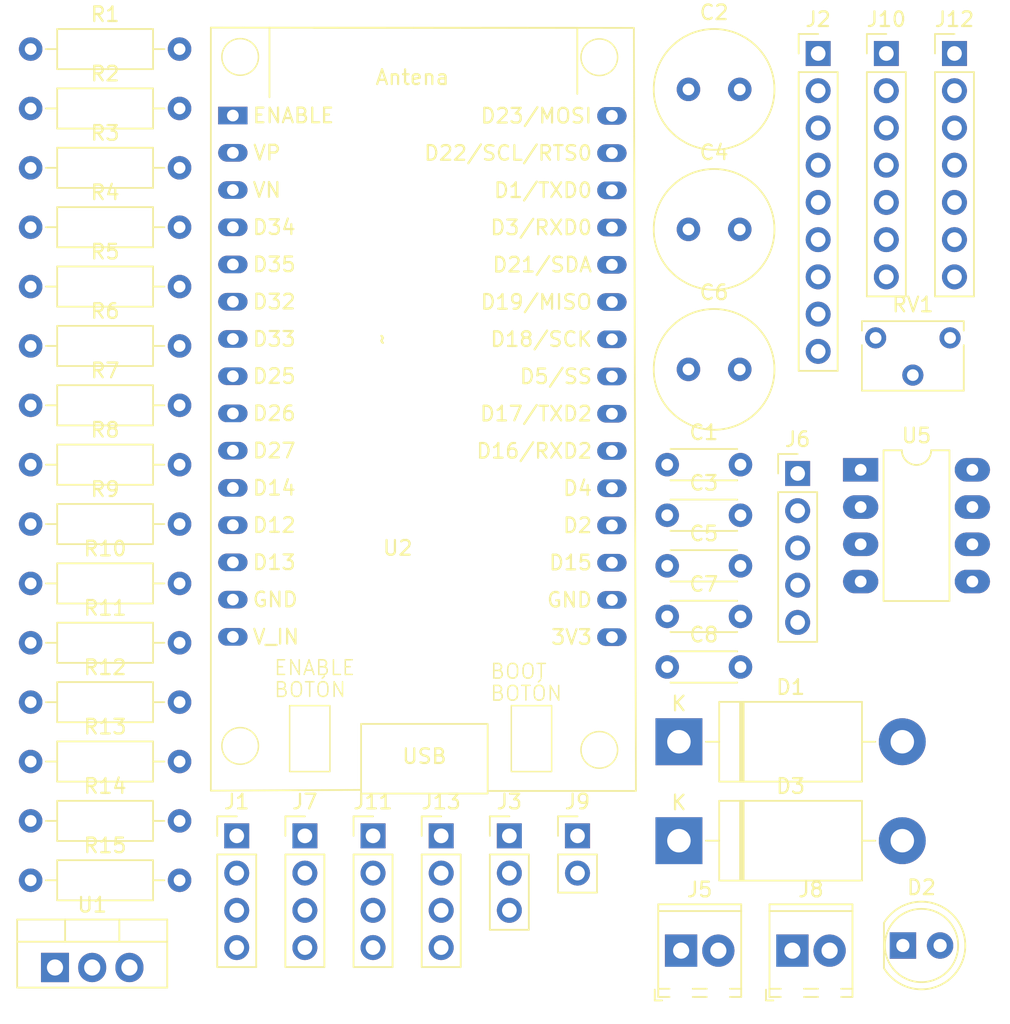
<source format=kicad_pcb>
(kicad_pcb (version 20221018) (generator pcbnew)
  (layers (0 "F.Cu" signal) (31 "B.Cu" signal) (34 "B.Paste" user) (35 "F.Paste" user) (36 "B.SilkS" user "B.Silkscreen") (37 "F.SilkS" user "F.Silkscreen") (38 "B.Mask" user) (39 "F.Mask" user) (44 "Edge.Cuts" user))
  (net 0 "")
  (net 1 "+BATT")
  (net 2 "GNDREF")
  (net 3 "+5V")
  (net 4 "Net-(U5A-+)")
  (net 5 "+3.3V")
  (net 6 "D_hall")
  (net 7 "Net-(D1-A)")
  (net 8 "Net-(D2-A)")
  (net 9 "SCL")
  (net 10 "Net-(J2-Pin_1)")
  (net 11 "Net-(J2-Pin_2)")
  (net 12 "Net-(J2-Pin_3)")
  (net 13 "Net-(J2-Pin_4)")
  (net 14 "Net-(J2-Pin_5)")
  (net 15 "Net-(J2-Pin_6)")
  (net 16 "Net-(J2-Pin_7)")
  (net 17 "Net-(J2-Pin_8)")
  (net 18 "Net-(J3-Pin_3)")
  (net 19 "ADDR")
  (net 20 "DHT22")
  (net 22 "Net-(J9-Pin_1)")
  (net 23 "Net-(J10-Pin_1)")
  (net 24 "Net-(J10-Pin_2)")
  (net 25 "Net-(J10-Pin_3)")
  (net 26 "Net-(J10-Pin_4)")
  (net 27 "Net-(J10-Pin_5)")
  (net 28 "Net-(J11-Pin_2)")
  (net 29 "Net-(J11-Pin_3)")
  (net 30 "Net-(J12-Pin_2)")
  (net 31 "Net-(J12-Pin_3)")
  (net 32 "Net-(J12-Pin_4)")
  (net 33 "Net-(J12-Pin_5)")
  (net 34 "Net-(J12-Pin_6)")
  (net 35 "Net-(J13-Pin_2)")
  (net 36 "Net-(J13-Pin_3)")
  (net 37 "Net-(U5B-+)")
  (net 38 "Net-(U5A--)")
  (footprint "Resistor_THT:R_Axial_DIN0207_L6.3mm_D2.5mm_P10.16mm_Horizontal" (layer "F.Cu") (at 98.55 65.05)
    (fp_text reference "R1" (at 5.08 -2.37) (layer "F.SilkS"))
    (fp_text value "1k")
    (pad "1" thru_hole circle (at 0 0) (size 1.6 1.6) (drill 0.8) (layers "*.Cu" "*.Mask") (net 5 "+3.3V"))
    (pad "2" thru_hole oval (at 10.16 0) (size 1.6 1.6) (drill 0.8) (layers "*.Cu" "*.Mask") (net 4 "Net-(U5A-+)"))
  )
  (footprint "Diode_THT:D_DO-201AD_P15.24mm_Horizontal" (layer "F.Cu") (at 142.78 119.05)
    (fp_text reference "D3" (at 7.62 -3.72) (layer "F.SilkS"))
    (fp_text value "1N5400")
    (fp_text user "K" (at 0 -2.6) (layer "F.SilkS"))
    (pad "1" thru_hole rect (at 0 0) (size 3.2 3.2) (drill 1.6) (layers "*.Cu" "*.Mask") (net 1 "+BATT"))
    (pad "2" thru_hole oval (at 15.24 0) (size 3.2 3.2) (drill 1.6) (layers "*.Cu" "*.Mask") (net 3 "+5V"))
  )
  (footprint "TerminalBlock_Phoenix:TerminalBlock_Phoenix_MPT-0,5-2-2.54_1x02_P2.54mm_Horizontal" (layer "F.Cu") (at 142.93 126.55)
    (fp_text reference "J5" (at 1.27 -4.16) (layer "F.SilkS"))
    (fp_text value "PanelSolar")
    (pad "" np_thru_hole circle (at 0 2.54) (size 1.1 1.1) (drill 1.1) (layers "*.Cu" "*.Mask"))
    (pad "" np_thru_hole circle (at 2.54 2.54) (size 1.1 1.1) (drill 1.1) (layers "*.Cu" "*.Mask"))
    (pad "1" thru_hole rect (at 0 0) (size 2.2 2.2) (drill 1.1) (layers "*.Cu" "*.Mask") (net 2 "GNDREF"))
    (pad "2" thru_hole circle (at 2.54 0) (size 2.2 2.2) (drill 1.1) (layers "*.Cu" "*.Mask") (net 7 "Net-(D1-A)"))
  )
  (footprint "Resistor_THT:R_Axial_DIN0207_L6.3mm_D2.5mm_P10.16mm_Horizontal" (layer "F.Cu") (at 98.55 113.65)
    (fp_text reference "R13" (at 5.08 -2.37) (layer "F.SilkS"))
    (fp_text value "10k")
    (pad "1" thru_hole circle (at 0 0) (size 1.6 1.6) (drill 0.8) (layers "*.Cu" "*.Mask") (net 15 "Net-(J2-Pin_6)"))
    (pad "2" thru_hole oval (at 10.16 0) (size 1.6 1.6) (drill 0.8) (layers "*.Cu" "*.Mask") (net 2 "GNDREF"))
  )
  (footprint "Connector_PinHeader_2.54mm:PinHeader_1x07_P2.54mm_Vertical" (layer "F.Cu") (at 161.58 65.35)
    (fp_text reference "J12" (at 0 -2.33) (layer "F.SilkS"))
    (fp_text value "SPI_CONN")
    (pad "1" thru_hole rect (at 0 0) (size 1.7 1.7) (drill 1) (layers "*.Cu" "*.Mask") (net 2 "GNDREF"))
    (pad "2" thru_hole oval (at 0 2.54) (size 1.7 1.7) (drill 1) (layers "*.Cu" "*.Mask") (net 30 "Net-(J12-Pin_2)"))
    (pad "3" thru_hole oval (at 0 5.08) (size 1.7 1.7) (drill 1) (layers "*.Cu" "*.Mask") (net 31 "Net-(J12-Pin_3)"))
    (pad "4" thru_hole oval (at 0 7.62) (size 1.7 1.7) (drill 1) (layers "*.Cu" "*.Mask") (net 32 "Net-(J12-Pin_4)"))
    (pad "5" thru_hole oval (at 0 10.16) (size 1.7 1.7) (drill 1) (layers "*.Cu" "*.Mask") (net 33 "Net-(J12-Pin_5)"))
    (pad "6" thru_hole oval (at 0 12.7) (size 1.7 1.7) (drill 1) (layers "*.Cu" "*.Mask") (net 34 "Net-(J12-Pin_6)"))
    (pad "7" thru_hole oval (at 0 15.24) (size 1.7 1.7) (drill 1) (layers "*.Cu" "*.Mask") (net 5 "+3.3V"))
  )
  (footprint "Connector_PinHeader_2.54mm:PinHeader_1x09_P2.54mm_Vertical" (layer "F.Cu") (at 152.28 65.35)
    (fp_text reference "J2" (at 0 -2.33) (layer "F.SilkS"))
    (fp_text value "ReedSwitchX8")
    (pad "1" thru_hole rect (at 0 0) (size 1.7 1.7) (drill 1) (layers "*.Cu" "*.Mask") (net 10 "Net-(J2-Pin_1)"))
    (pad "2" thru_hole oval (at 0 2.54) (size 1.7 1.7) (drill 1) (layers "*.Cu" "*.Mask") (net 11 "Net-(J2-Pin_2)"))
    (pad "3" thru_hole oval (at 0 5.08) (size 1.7 1.7) (drill 1) (layers "*.Cu" "*.Mask") (net 12 "Net-(J2-Pin_3)"))
    (pad "4" thru_hole oval (at 0 7.62) (size 1.7 1.7) (drill 1) (layers "*.Cu" "*.Mask") (net 13 "Net-(J2-Pin_4)"))
    (pad "5" thru_hole oval (at 0 10.16) (size 1.7 1.7) (drill 1) (layers "*.Cu" "*.Mask") (net 14 "Net-(J2-Pin_5)"))
    (pad "6" thru_hole oval (at 0 12.7) (size 1.7 1.7) (drill 1) (layers "*.Cu" "*.Mask") (net 15 "Net-(J2-Pin_6)"))
    (pad "7" thru_hole oval (at 0 15.24) (size 1.7 1.7) (drill 1) (layers "*.Cu" "*.Mask") (net 16 "Net-(J2-Pin_7)"))
    (pad "8" thru_hole oval (at 0 17.78) (size 1.7 1.7) (drill 1) (layers "*.Cu" "*.Mask") (net 17 "Net-(J2-Pin_8)"))
    (pad "9" thru_hole oval (at 0 20.32) (size 1.7 1.7) (drill 1) (layers "*.Cu" "*.Mask") (net 5 "+3.3V"))
  )
  (footprint "Resistor_THT:R_Axial_DIN0207_L6.3mm_D2.5mm_P10.16mm_Horizontal" (layer "F.Cu") (at 98.55 109.6)
    (fp_text reference "R12" (at 5.08 -2.37) (layer "F.SilkS"))
    (fp_text value "10k")
    (pad "1" thru_hole circle (at 0 0) (size 1.6 1.6) (drill 0.8) (layers "*.Cu" "*.Mask") (net 14 "Net-(J2-Pin_5)"))
    (pad "2" thru_hole oval (at 10.16 0) (size 1.6 1.6) (drill 0.8) (layers "*.Cu" "*.Mask") (net 2 "GNDREF"))
  )
  (footprint "Resistor_THT:R_Axial_DIN0207_L6.3mm_D2.5mm_P10.16mm_Horizontal" (layer "F.Cu") (at 98.55 81.25)
    (fp_text reference "R5" (at 5.08 -2.37) (layer "F.SilkS"))
    (fp_text value "10k")
    (pad "1" thru_hole circle (at 0 0) (size 1.6 1.6) (drill 0.8) (layers "*.Cu" "*.Mask") (net 9 "SCL"))
    (pad "2" thru_hole oval (at 10.16 0) (size 1.6 1.6) (drill 0.8) (layers "*.Cu" "*.Mask") (net 3 "+5V"))
  )
  (footprint "Resistor_THT:R_Axial_DIN0207_L6.3mm_D2.5mm_P10.16mm_Horizontal" (layer "F.Cu") (at 98.55 101.5)
    (fp_text reference "R10" (at 5.08 -2.37) (layer "F.SilkS"))
    (fp_text value "10k")
    (pad "1" thru_hole circle (at 0 0) (size 1.6 1.6) (drill 0.8) (layers "*.Cu" "*.Mask") (net 12 "Net-(J2-Pin_3)"))
    (pad "2" thru_hole oval (at 10.16 0) (size 1.6 1.6) (drill 0.8) (layers "*.Cu" "*.Mask") (net 2 "GNDREF"))
  )
  (footprint "Capacitor_THT:C_Radial_D8.0mm_H11.5mm_P3.50mm" (layer "F.Cu") (at 143.43 67.8)
    (fp_text reference "C2" (at 1.75 -5.25) (layer "F.SilkS"))
    (fp_text value "220uF")
    (pad "1" thru_hole circle (at 0 0) (size 1.6 1.6) (drill 0.8) (layers "*.Cu" "*.Mask") (net 1 "+BATT"))
    (pad "2" thru_hole circle (at 3.5 0) (size 1.6 1.6) (drill 0.8) (layers "*.Cu" "*.Mask") (net 2 "GNDREF"))
  )
  (footprint "Resistor_THT:R_Axial_DIN0207_L6.3mm_D2.5mm_P10.16mm_Horizontal" (layer "F.Cu") (at 98.55 97.45)
    (fp_text reference "R9" (at 5.08 -2.37) (layer "F.SilkS"))
    (fp_text value "10k")
    (pad "1" thru_hole circle (at 0 0) (size 1.6 1.6) (drill 0.8) (layers "*.Cu" "*.Mask") (net 11 "Net-(J2-Pin_2)"))
    (pad "2" thru_hole oval (at 10.16 0) (size 1.6 1.6) (drill 0.8) (layers "*.Cu" "*.Mask") (net 2 "GNDREF"))
  )
  (footprint "Connector_PinHeader_2.54mm:PinHeader_1x07_P2.54mm_Vertical" (layer "F.Cu") (at 156.93 65.35)
    (fp_text reference "J10" (at 0 -2.33) (layer "F.SilkS"))
    (fp_text value "INPUT ONLY")
    (pad "1" thru_hole rect (at 0 0) (size 1.7 1.7) (drill 1) (layers "*.Cu" "*.Mask") (net 23 "Net-(J10-Pin_1)"))
    (pad "2" thru_hole oval (at 0 2.54) (size 1.7 1.7) (drill 1) (layers "*.Cu" "*.Mask") (net 24 "Net-(J10-Pin_2)"))
    (pad "3" thru_hole oval (at 0 5.08) (size 1.7 1.7) (drill 1) (layers "*.Cu" "*.Mask") (net 25 "Net-(J10-Pin_3)"))
    (pad "4" thru_hole oval (at 0 7.62) (size 1.7 1.7) (drill 1) (layers "*.Cu" "*.Mask") (net 26 "Net-(J10-Pin_4)"))
    (pad "5" thru_hole oval (at 0 10.16) (size 1.7 1.7) (drill 1) (layers "*.Cu" "*.Mask") (net 27 "Net-(J10-Pin_5)"))
    (pad "6" thru_hole oval (at 0 12.7) (size 1.7 1.7) (drill 1) (layers "*.Cu" "*.Mask") (net 2 "GNDREF"))
    (pad "7" thru_hole oval (at 0 15.24) (size 1.7 1.7) (drill 1) (layers "*.Cu" "*.Mask") (net 5 "+3.3V"))
  )
  (footprint "Connector_PinHeader_2.54mm:PinHeader_1x03_P2.54mm_Vertical" (layer "F.Cu") (at 131.21 118.72)
    (fp_text reference "J3" (at 0 -2.33) (layer "F.SilkS"))
    (fp_text value "SS41")
    (pad "1" thru_hole rect (at 0 0) (size 1.7 1.7) (drill 1) (layers "*.Cu" "*.Mask") (net 5 "+3.3V"))
    (pad "2" thru_hole oval (at 0 2.54) (size 1.7 1.7) (drill 1) (layers "*.Cu" "*.Mask") (net 2 "GNDREF"))
    (pad "3" thru_hole oval (at 0 5.08) (size 1.7 1.7) (drill 1) (layers "*.Cu" "*.Mask") (net 18 "Net-(J3-Pin_3)"))
  )
  (footprint "Connector_PinHeader_2.54mm:PinHeader_1x04_P2.54mm_Vertical" (layer "F.Cu") (at 112.61 118.72)
    (fp_text reference "J1" (at 0 -2.33) (layer "F.SilkS"))
    (fp_text value "BMP180")
    (pad "1" thru_hole rect (at 0 0) (size 1.7 1.7) (drill 1) (layers "*.Cu" "*.Mask") (net 5 "+3.3V"))
    (pad "2" thru_hole oval (at 0 2.54) (size 1.7 1.7) (drill 1) (layers "*.Cu" "*.Mask") (net 9 "SCL"))
    (pad "3" thru_hole oval (at 0 5.08) (size 1.7 1.7) (drill 1) (layers "*.Cu" "*.Mask") (net 9 "SCL"))
    (pad "4" thru_hole oval (at 0 7.62) (size 1.7 1.7) (drill 1) (layers "*.Cu" "*.Mask") (net 2 "GNDREF"))
  )
  (footprint "LED_THT:LED_D5.0mm_Clear" (layer "F.Cu") (at 158.06 126.2)
    (fp_text reference "D2" (at 1.27 -3.96) (layer "F.SilkS"))
    (fp_text value "LED")
    (pad "1" thru_hole rect (at 0 0) (size 1.8 1.8) (drill 0.9) (layers "*.Cu" "*.Mask") (net 2 "GNDREF"))
    (pad "2" thru_hole circle (at 2.54 0) (size 1.8 1.8) (drill 0.9) (layers "*.Cu" "*.Mask") (net 8 "Net-(D2-A)"))
  )
  (footprint "Resistor_THT:R_Axial_DIN0207_L6.3mm_D2.5mm_P10.16mm_Horizontal" (layer "F.Cu") (at 98.55 69.1)
    (fp_text reference "R2" (at 5.08 -2.37) (layer "F.SilkS"))
    (fp_text value "10k")
    (pad "1" thru_hole circle (at 0 0) (size 1.6 1.6) (drill 0.8) (layers "*.Cu" "*.Mask") (net 5 "+3.3V"))
    (pad "2" thru_hole oval (at 10.16 0) (size 1.6 1.6) (drill 0.8) (layers "*.Cu" "*.Mask") (net 37 "Net-(U5B-+)"))
  )
  (footprint "Package_TO_SOT_THT:TO-220-3_Vertical" (layer "F.Cu") (at 100.21 127.7)
    (fp_text reference "U1" (at 2.54 -4.27) (layer "F.SilkS"))
    (fp_text value "LM78M05_TO220")
    (pad "1" thru_hole rect (at 0 0) (size 1.905 2) (drill 1.1) (layers "*.Cu" "*.Mask") (net 1 "+BATT"))
    (pad "2" thru_hole oval (at 2.54 0) (size 1.905 2) (drill 1.1) (layers "*.Cu" "*.Mask") (net 2 "GNDREF"))
    (pad "3" thru_hole oval (at 5.08 0) (size 1.905 2) (drill 1.1) (layers "*.Cu" "*.Mask") (net 3 "+5V"))
  )
  (footprint "Resistor_THT:R_Axial_DIN0207_L6.3mm_D2.5mm_P10.16mm_Horizontal" (layer "F.Cu") (at 98.55 105.55)
    (fp_text reference "R11" (at 5.08 -2.37) (layer "F.SilkS"))
    (fp_text value "10k")
    (pad "1" thru_hole circle (at 0 0) (size 1.6 1.6) (drill 0.8) (layers "*.Cu" "*.Mask") (net 13 "Net-(J2-Pin_4)"))
    (pad "2" thru_hole oval (at 10.16 0) (size 1.6 1.6) (drill 0.8) (layers "*.Cu" "*.Mask") (net 2 "GNDREF"))
  )
  (footprint "Connector_PinHeader_2.54mm:PinHeader_1x04_P2.54mm_Vertical" (layer "F.Cu") (at 121.91 118.72)
    (fp_text reference "J11" (at 0 -2.33) (layer "F.SilkS"))
    (fp_text value "UART0")
    (pad "1" thru_hole rect (at 0 0) (size 1.7 1.7) (drill 1) (layers "*.Cu" "*.Mask") (net 5 "+3.3V"))
    (pad "2" thru_hole oval (at 0 2.54) (size 1.7 1.7) (drill 1) (layers "*.Cu" "*.Mask") (net 28 "Net-(J11-Pin_2)"))
    (pad "3" thru_hole oval (at 0 5.08) (size 1.7 1.7) (drill 1) (layers "*.Cu" "*.Mask") (net 29 "Net-(J11-Pin_3)"))
    (pad "4" thru_hole oval (at 0 7.62) (size 1.7 1.7) (drill 1) (layers "*.Cu" "*.Mask") (net 2 "GNDREF"))
  )
  (footprint "Connector_PinHeader_2.54mm:PinHeader_1x04_P2.54mm_Vertical" (layer "F.Cu") (at 126.56 118.72)
    (fp_text reference "J13" (at 0 -2.33) (layer "F.SilkS"))
    (fp_text value "UART0")
    (pad "1" thru_hole rect (at 0 0) (size 1.7 1.7) (drill 1) (layers "*.Cu" "*.Mask") (net 5 "+3.3V"))
    (pad "2" thru_hole oval (at 0 2.54) (size 1.7 1.7) (drill 1) (layers "*.Cu" "*.Mask") (net 35 "Net-(J13-Pin_2)"))
    (pad "3" thru_hole oval (at 0 5.08) (size 1.7 1.7) (drill 1) (layers "*.Cu" "*.Mask") (net 36 "Net-(J13-Pin_3)"))
    (pad "4" thru_hole oval (at 0 7.62) (size 1.7 1.7) (drill 1) (layers "*.Cu" "*.Mask") (net 2 "GNDREF"))
  )
  (footprint "Capacitor_THT:C_Disc_D4.3mm_W1.9mm_P5.00mm" (layer "F.Cu") (at 141.98 107.2)
    (fp_text reference "C8" (at 2.5 -2.2) (layer "F.SilkS"))
    (fp_text value "104")
    (pad "1" thru_hole circle (at 0 0) (size 1.6 1.6) (drill 0.8) (layers "*.Cu" "*.Mask") (net 3 "+5V"))
    (pad "2" thru_hole circle (at 5 0) (size 1.6 1.6) (drill 0.8) (layers "*.Cu" "*.Mask") (net 2 "GNDREF"))
  )
  (footprint "Resistor_THT:R_Axial_DIN0207_L6.3mm_D2.5mm_P10.16mm_Horizontal" (layer "F.Cu") (at 98.55 121.75)
    (fp_text reference "R15" (at 5.08 -2.37) (layer "F.SilkS"))
    (fp_text value "10k")
    (pad "1" thru_hole circle (at 0 0) (size 1.6 1.6) (drill 0.8) (layers "*.Cu" "*.Mask") (net 17 "Net-(J2-Pin_8)"))
    (pad "2" thru_hole oval (at 10.16 0) (size 1.6 1.6) (drill 0.8) (layers "*.Cu" "*.Mask") (net 2 "GNDREF"))
  )
  (footprint "Connector_PinHeader_2.54mm:PinHeader_1x05_P2.54mm_Vertical" (layer "F.Cu") (at 150.88 94)
    (fp_text reference "J6" (at 0 -2.33) (layer "F.SilkS"))
    (fp_text value "BH1750")
    (pad "1" thru_hole rect (at 0 0) (size 1.7 1.7) (drill 1) (layers "*.Cu" "*.Mask") (net 5 "+3.3V"))
    (pad "2" thru_hole oval (at 0 2.54) (size 1.7 1.7) (drill 1) (layers "*.Cu" "*.Mask") (net 2 "GNDREF"))
    (pad "3" thru_hole oval (at 0 5.08) (size 1.7 1.7) (drill 1) (layers "*.Cu" "*.Mask") (net 9 "SCL"))
    (pad "4" thru_hole oval (at 0 7.62) (size 1.7 1.7) (drill 1) (layers "*.Cu" "*.Mask") (net 9 "SCL"))
    (pad "5" thru_hole oval (at 0 10.16) (size 1.7 1.7) (drill 1) (layers "*.Cu" "*.Mask") (net 19 "ADDR"))
  )
  (footprint "Capacitor_THT:C_Disc_D4.3mm_W1.9mm_P5.00mm" (layer "F.Cu") (at 141.98 100.3)
    (fp_text reference "C5" (at 2.5 -2.2) (layer "F.SilkS"))
    (fp_text value "104")
    (pad "1" thru_hole circle (at 0 0) (size 1.6 1.6) (drill 0.8) (layers "*.Cu" "*.Mask") (net 4 "Net-(U5A-+)"))
    (pad "2" thru_hole circle (at 5 0) (size 1.6 1.6) (drill 0.8) (layers "*.Cu" "*.Mask") (net 2 "GNDREF"))
  )
  (footprint "Connector_PinHeader_2.54mm:PinHeader_1x02_P2.54mm_Vertical" (layer "F.Cu") (at 135.86 118.72)
    (fp_text reference "J9" (at 0 -2.33) (layer "F.SilkS"))
    (fp_text value "Jumper")
    (pad "1" thru_hole rect (at 0 0) (size 1.7 1.7) (drill 1) (layers "*.Cu" "*.Mask") (net 22 "Net-(J9-Pin_1)"))
    (pad "2" thru_hole oval (at 0 2.54) (size 1.7 1.7) (drill 1) (layers "*.Cu" "*.Mask") (net 8 "Net-(D2-A)"))
  )
  (footprint "Resistor_THT:R_Axial_DIN0207_L6.3mm_D2.5mm_P10.16mm_Horizontal" (layer "F.Cu") (at 98.55 93.4)
    (fp_text reference "R8" (at 5.08 -2.37) (layer "F.SilkS"))
    (fp_text value "10k")
    (pad "1" thru_hole circle (at 0 0) (size 1.6 1.6) (drill 0.8) (layers "*.Cu" "*.Mask") (net 10 "Net-(J2-Pin_1)"))
    (pad "2" thru_hole oval (at 10.16 0) (size 1.6 1.6) (drill 0.8) (layers "*.Cu" "*.Mask") (net 2 "GNDREF"))
  )
  (footprint "Package_DIP:DIP-8_W7.62mm_LongPads" (layer "F.Cu") (at 155.18 93.75)
    (fp_text reference "U5" (at 3.81 -2.33) (layer "F.SilkS"))
    (fp_text value "TL082")
    (pad "1" thru_hole rect (at 0 0) (size 2.4 1.6) (drill 0.8) (layers "*.Cu" "*.Mask") (net 37 "Net-(U5B-+)"))
    (pad "2" thru_hole oval (at 0 2.54) (size 2.4 1.6) (drill 0.8) (layers "*.Cu" "*.Mask") (net 38 "Net-(U5A--)"))
    (pad "3" thru_hole oval (at 0 5.08) (size 2.4 1.6) (drill 0.8) (layers "*.Cu" "*.Mask") (net 4 "Net-(U5A-+)"))
    (pad "4" thru_hole oval (at 0 7.62) (size 2.4 1.6) (drill 0.8) (layers "*.Cu" "*.Mask") (net 2 "GNDREF"))
    (pad "5" thru_hole oval (at 7.62 7.62) (size 2.4 1.6) (drill 0.8) (layers "*.Cu" "*.Mask") (net 37 "Net-(U5B-+)"))
    (pad "6" thru_hole oval (at 7.62 5.08) (size 2.4 1.6) (drill 0.8) (layers "*.Cu" "*.Mask") (net 6 "D_hall"))
    (pad "7" thru_hole oval (at 7.62 2.54) (size 2.4 1.6) (drill 0.8) (layers "*.Cu" "*.Mask") (net 6 "D_hall"))
    (pad "8" thru_hole oval (at 7.62 0) (size 2.4 1.6) (drill 0.8) (layers "*.Cu" "*.Mask") (net 5 "+3.3V"))
  )
  (footprint "Capacitor_THT:C_Disc_D4.3mm_W1.9mm_P5.00mm" (layer "F.Cu") (at 141.98 96.85)
    (fp_text reference "C3" (at 2.5 -2.2) (layer "F.SilkS"))
    (fp_text value "104")
    (pad "1" thru_hole circle (at 0 0) (size 1.6 1.6) (drill 0.8) (layers "*.Cu" "*.Mask") (net 3 "+5V"))
    (pad "2" thru_hole circle (at 5 0) (size 1.6 1.6) (drill 0.8) (layers "*.Cu" "*.Mask") (net 2 "GNDREF"))
  )
  (footprint "Resistor_THT:R_Axial_DIN0207_L6.3mm_D2.5mm_P10.16mm_Horizontal" (layer "F.Cu") (at 98.55 85.3)
    (fp_text reference "R6" (at 5.08 -2.37) (layer "F.SilkS"))
    (fp_text value "10k")
    (pad "1" thru_hole circle (at 0 0) (size 1.6 1.6) (drill 0.8) (layers "*.Cu" "*.Mask") (net 9 "SCL"))
    (pad "2" thru_hole oval (at 10.16 0) (size 1.6 1.6) (drill 0.8) (layers "*.Cu" "*.Mask") (net 3 "+5V"))
  )
  (footprint "Potentiometer_THT:Potentiometer_Bourns_3266W_Vertical" (layer "F.Cu") (at 161.28 84.75)
    (fp_text reference "RV1" (at -2.54 -2.27) (layer "F.SilkS"))
    (fp_text value "100k")
    (pad "1" thru_hole circle (at 0 0) (size 1.44 1.44) (drill 0.8) (layers "*.Cu" "*.Mask") (net 5 "+3.3V"))
    (pad "2" thru_hole circle (at -2.54 2.54) (size 1.44 1.44) (drill 0.8) (layers "*.Cu" "*.Mask") (net 38 "Net-(U5A--)"))
    (pad "3" thru_hole circle (at -5.08 0) (size 1.44 1.44) (drill 0.8) (layers "*.Cu" "*.Mask") (net 2 "GNDREF"))
  )
  (footprint "Capacitor_THT:C_Disc_D4.3mm_W1.9mm_P5.00mm" (layer "F.Cu") (at 141.98 93.4)
    (fp_text reference "C1" (at 2.5 -2.2) (layer "F.SilkS"))
    (fp_text value "104")
    (pad "1" thru_hole circle (at 0 0) (size 1.6 1.6) (drill 0.8) (layers "*.Cu" "*.Mask") (net 1 "+BATT"))
    (pad "2" thru_hole circle (at 5 0) (size 1.6 1.6) (drill 0.8) (layers "*.Cu" "*.Mask") (net 2 "GNDREF"))
  )
  (footprint "Connector_PinHeader_2.54mm:PinHeader_1x04_P2.54mm_Vertical" (layer "F.Cu") (at 117.26 118.72)
    (fp_text reference "J7" (at 0 -2.33) (layer "F.SilkS"))
    (fp_text value "DHT22")
    (pad "1" thru_hole rect (at 0 0) (size 1.7 1.7) (drill 1) (layers "*.Cu" "*.Mask") (net 5 "+3.3V"))
    (pad "2" thru_hole oval (at 0 2.54) (size 1.7 1.7) (drill 1) (layers "*.Cu" "*.Mask") (net 20 "DHT22"))
    (pad "3" thru_hole oval (at 0 5.08) (size 1.7 1.7) (drill 1) (layers "*.Cu" "*.Mask"))
    (pad "4" thru_hole oval (at 0 7.62) (size 1.7 1.7) (drill 1) (layers "*.Cu" "*.Mask") (net 2 "GNDREF"))
  )
  (footprint "TerminalBlock_Phoenix:TerminalBlock_Phoenix_MPT-0,5-2-2.54_1x02_P2.54mm_Horizontal" (layer "F.Cu") (at 150.52 126.55)
    (fp_text reference "J8" (at 1.27 -4.16) (layer "F.SilkS"))
    (fp_text value "Baterias")
    (pad "" np_thru_hole circle (at 0 2.54) (size 1.1 1.1) (drill 1.1) (layers "*.Cu" "*.Mask"))
    (pad "" np_thru_hole circle (at 2.54 2.54) (size 1.1 1.1) (drill 1.1) (layers "*.Cu" "*.Mask"))
    (pad "1" thru_hole rect (at 0 0) (size 2.2 2.2) (drill 1.1) (layers "*.Cu" "*.Mask") (net 1 "+BATT"))
    (pad "2" thru_hole circle (at 2.54 0) (size 2.2 2.2) (drill 1.1) (layers "*.Cu" "*.Mask") (net 2 "GNDREF"))
  )
  (footprint "Capacitor_THT:C_Radial_D8.0mm_H11.5mm_P3.50mm" (layer "F.Cu") (at 143.43 86.9)
    (fp_text reference "C6" (at 1.75 -5.25) (layer "F.SilkS"))
    (fp_text value "220uF")
    (pad "1" thru_hole circle (at 0 0) (size 1.6 1.6) (drill 0.8) (layers "*.Cu" "*.Mask") (net 5 "+3.3V"))
    (pad "2" thru_hole circle (at 3.5 0) (size 1.6 1.6) (drill 0.8) (layers "*.Cu" "*.Mask") (net 2 "GNDREF"))
  )
  (footprint "Resistor_THT:R_Axial_DIN0207_L6.3mm_D2.5mm_P10.16mm_Horizontal" (layer "F.Cu") (at 98.55 73.15)
    (fp_text reference "R3" (at 5.08 -2.37) (layer "F.SilkS"))
    (fp_text value "1k")
    (pad "1" thru_hole circle (at 0 0) (size 1.6 1.6) (drill 0.8) (layers "*.Cu" "*.Mask") (net 3 "+5V"))
    (pad "2" thru_hole oval (at 10.16 0) (size 1.6 1.6) (drill 0.8) (layers "*.Cu" "*.Mask") (net 22 "Net-(J9-Pin_1)"))
  )
  (footprint "Resistor_THT:R_Axial_DIN0207_L6.3mm_D2.5mm_P10.16mm_Horizontal" (layer "F.Cu") (at 98.55 117.7)
    (fp_text reference "R14" (at 5.08 -2.37) (layer "F.SilkS"))
    (fp_text value "10k")
    (pad "1" thru_hole circle (at 0 0) (size 1.6 1.6) (drill 0.8) (layers "*.Cu" "*.Mask") (net 16 "Net-(J2-Pin_7)"))
    (pad "2" thru_hole oval (at 10.16 0) (size 1.6 1.6) (drill 0.8) (layers "*.Cu" "*.Mask") (net 2 "GNDREF"))
  )
  (footprint "Capacitor_THT:C_Disc_D4.3mm_W1.9mm_P5.00mm" (layer "F.Cu") (at 141.98 103.75)
    (fp_text reference "C7" (at 2.5 -2.2) (layer "F.SilkS"))
    (fp_text value "104")
    (pad "1" thru_hole circle (at 0 0) (size 1.6 1.6) (drill 0.8) (layers "*.Cu" "*.Mask") (net 6 "D_hall"))
    (pad "2" thru_hole circle (at 5 0) (size 1.6 1.6) (drill 0.8) (layers "*.Cu" "*.Mask") (net 2 "GNDREF"))
  )
  (footprint "Resistor_THT:R_Axial_DIN0207_L6.3mm_D2.5mm_P10.16mm_Horizontal" (layer "F.Cu") (at 98.55 77.2)
    (fp_text reference "R4" (at 5.08 -2.37) (layer "F.SilkS"))
    (fp_text value "100")
    (pad "1" thru_hole circle (at 0 0) (size 1.6 1.6) (drill 0.8) (layers "*.Cu" "*.Mask") (net 18 "Net-(J3-Pin_3)"))
    (pad "2" thru_hole oval (at 10.16 0) (size 1.6 1.6) (drill 0.8) (layers "*.Cu" "*.Mask") (net 4 "Net-(U5A-+)"))
  )
  (footprint "Capacitor_THT:C_Radial_D8.0mm_H11.5mm_P3.50mm" (layer "F.Cu") (at 143.43 77.35)
    (fp_text reference "C4" (at 1.75 -5.25) (layer "F.SilkS"))
    (fp_text value "220uF")
    (pad "1" thru_hole circle (at 0 0) (size 1.6 1.6) (drill 0.8) (layers "*.Cu" "*.Mask") (net 3 "+5V"))
    (pad "2" thru_hole circle (at 3.5 0) (size 1.6 1.6) (drill 0.8) (layers "*.Cu" "*.Mask") (net 2 "GNDREF"))
  )
  (footprint "Librerias:ESP32-DevKit_V1" (layer "F.Cu") (at 112.345 69.585)
    (fp_text reference "U2" (at 11.25 29.5) (layer "F.SilkS"))
    (fp_text value "~" (at 10.16 15.24 270) (layer "F.SilkS"))
    (fp_text user "VP" (at 1.3 2.54 unlocked) (layer "F.SilkS") (effects (justify left)))
    (fp_text user "BOTÓN" (at 2.75 39.75 unlocked) (layer "F.SilkS") (effects (font (thickness 0.1)) (justify left bottom)))
    (fp_text user "GND" (at 24.592 33.04 unlocked) (layer "F.SilkS") (effects (justify right)))
    (fp_text user "D27" (at 1.27 22.86 unlocked) (layer "F.SilkS") (effects (justify left)))
    (fp_text user "D15" (at 24.592 30.5 unlocked) (layer "F.SilkS") (effects (justify right)))
    (fp_text user "3V3" (at 24.592 35.58 unlocked) (layer "F.SilkS") (effects (justify right)))
    (fp_text user "D16/RXD2" (at 24.592 22.88 unlocked) (layer "F.SilkS") (effects (justify right)))
    (fp_text user "D25" (at 1.27 17.78 unlocked) (layer "F.SilkS") (effects (justify left)))
    (fp_text user "D1/TXD0" (at 24.592 5.1 unlocked) (layer "F.SilkS") (effects (justify right)))
    (fp_text user "D5/SS" (at 24.592 17.8 unlocked) (layer "F.SilkS") (effects (justify right)))
    (fp_text user "D17/TXD2" (at 24.592 20.34 unlocked) (layer "F.SilkS") (effects (justify right)))
    (fp_text user "D33" (at 1.27 15.24 unlocked) (layer "F.SilkS") (effects (justify left)))
    (fp_text user "D4" (at 24.592 25.42 unlocked) (layer "F.SilkS") (effects (justify right)))
    (fp_text user "GND" (at 1.27 33.02 unlocked) (layer "F.SilkS") (effects (justify left)))
    (fp_text user "BOTÓN" (at 17.5 40 unlocked) (layer "F.SilkS") (effects (font (thickness 0.1)) (justify left bottom)))
    (fp_text user "D19/MISO" (at 24.592 12.72 unlocked) (layer "F.SilkS") (effects (justify right)))
    (fp_text user "D21/SDA" (at 24.592 10.18 unlocked) (layer "F.SilkS") (effects (justify right)))
    (fp_text user "BOOT" (at 17.5 38.5 unlocked) (layer "F.SilkS") (effects (font (thickness 0.1)) (justify left bottom)))
    (fp_text user "Antena" (at 12.25 -2.6076 unlocked) (layer "F.SilkS"))
    (fp_text user "D12" (at 1.27 27.94 unlocked) (layer "F.SilkS") (effects (justify left)))
    (fp_text user "USB" (at 13.068 44.2942 unlocked) (layer "F.SilkS") (effects (justify bottom)))
    (fp_text user "D13" (at 1.27 30.48 unlocked) (layer "F.SilkS") (effects (justify left)))
    (fp_text user "D34" (at 1.27 7.62 unlocked) (layer "F.SilkS") (effects (justify left)))
    (fp_text user "D3/RXD0" (at 24.592 7.64 unlocked) (layer "F.SilkS") (effects (justify right)))
    (fp_text user "D18/SCK" (at 24.592 15.26 unlocked) (layer "F.SilkS") (effects (justify right)))
    (fp_text user "D32" (at 1.27 12.7 unlocked) (layer "F.SilkS") (effects (justify left)))
    (fp_text user "D14" (at 1.27 25.4 unlocked) (layer "F.SilkS") (effects (justify left)))
    (fp_text user "D22/SCL/RTS0" (at 24.592 2.56 unlocked) (layer "F.SilkS") (effects (justify right)))
    (fp_text user "D2" (at 24.592 27.96 unlocked) (layer "F.SilkS") (effects (justify right)))
    (fp_text user "V_IN" (at 1.27 35.56 unlocked) (layer "F.SilkS") (effects (justify left)))
    (fp_text user "D35" (at 1.27 10.16 unlocked) (layer "F.SilkS") (effects (justify left)))
    (fp_text user "D26" (at 1.27 20.32 unlocked) (layer "F.SilkS") (effects (justify left)))
    (fp_text user "VN" (at 1.27 5.08 unlocked) (layer "F.SilkS") (effects (justify left)))
    (fp_text user "ENABLE" (at 2.75 38.25 unlocked) (layer "F.SilkS") (effects (font (thickness 0.1)) (justify left bottom)))
    (fp_text user "ENABLE" (at 1.27 0 unlocked) (layer "F.SilkS") (effects (justify left)))
    (fp_text user "D23/MOSI" (at 24.592 0.02 unlocked) (layer "F.SilkS") (effects (justify right)))
    (pad "1" thru_hole rect (at 0 0 270) (size 1.2 2) (drill 0.8) (layers "*.Cu" "*.Mask") (net 27 "Net-(J10-Pin_5)"))
    (pad "2" thru_hole oval (at 0 2.54 270) (size 1.2 2) (drill 0.8) (layers "*.Cu" "*.Mask") (net 26 "Net-(J10-Pin_4)"))
    (pad "3" thru_hole oval (at 0 5.08 270) (size 1.2 2) (drill 0.8) (layers "*.Cu" "*.Mask") (net 25 "Net-(J10-Pin_3)"))
    (pad "4" thru_hole oval (at 0 7.62 270) (size 1.2 2) (drill 0.8) (layers "*.Cu" "*.Mask") (net 24 "Net-(J10-Pin_2)"))
    (pad "5" thru_hole oval (at 0 10.16 270) (size 1.2 2) (drill 0.8) (layers "*.Cu" "*.Mask") (net 23 "Net-(J10-Pin_1)"))
    (pad "6" thru_hole oval (at 0 12.7 270) (size 1.2 2) (drill 0.8) (layers "*.Cu" "*.Mask") (net 10 "Net-(J2-Pin_1)"))
    (pad "7" thru_hole oval (at 0 15.24 270) (size 1.2 2) (drill 0.8) (layers "*.Cu" "*.Mask") (net 11 "Net-(J2-Pin_2)"))
    (pad "8" thru_hole oval (at 0 17.78 270) (size 1.2 2) (drill 0.8) (layers "*.Cu" "*.Mask") (net 12 "Net-(J2-Pin_3)"))
    (pad "9" thru_hole oval (at 0 20.32 270) (size 1.2 2) (drill 0.8) (layers "*.Cu" "*.Mask") (net 13 "Net-(J2-Pin_4)"))
    (pad "10" thru_hole oval (at 0 22.86 270) (size 1.2 2) (drill 0.8) (layers "*.Cu" "*.Mask") (net 14 "Net-(J2-Pin_5)"))
    (pad "11" thru_hole oval (at 0 25.4 270) (size 1.2 2) (drill 0.8) (layers "*.Cu" "*.Mask") (net 15 "Net-(J2-Pin_6)"))
    (pad "12" thru_hole oval (at 0 27.94 270) (size 1.2 2) (drill 0.8) (layers "*.Cu" "*.Mask") (net 16 "Net-(J2-Pin_7)"))
    (pad "13" thru_hole oval (at 0 30.48 270) (size 1.2 2) (drill 0.8) (layers "*.Cu" "*.Mask") (net 17 "Net-(J2-Pin_8)"))
    (pad "14" thru_hole oval (at 0 33.02 270) (size 1.2 2) (drill 0.8) (layers "*.Cu" "*.Mask") (net 2 "GNDREF"))
    (pad "15" thru_hole oval (at 0 35.56 270) (size 1.2 2) (drill 0.8) (layers "*.Cu" "*.Mask") (net 3 "+5V"))
    (pad "16" thru_hole oval (at 25.862 35.58 270) (size 1.2 2) (drill 0.8) (layers "*.Cu" "*.Mask") (net 5 "+3.3V"))
    (pad "17" thru_hole oval (at 25.862 33.04 270) (size 1.2 2) (drill 0.8) (layers "*.Cu" "*.Mask") (net 2 "GNDREF"))
    (pad "18" thru_hole oval (at 25.862 30.5 270) (size 1.2 2) (drill 0.8) (layers "*.Cu" "*.Mask") (net 20 "DHT22"))
    (pad "19" thru_hole oval (at 25.862 27.96 270) (size 1.2 2) (drill 0.8) (layers "*.Cu" "*.Mask") (net 6 "D_hall"))
    (pad "20" thru_hole oval (at 25.862 25.42 270) (size 1.2 2) (drill 0.8) (layers "*.Cu" "*.Mask") (net 30 "Net-(J12-Pin_2)"))
    (pad "21" thru_hole oval (at 25.862 22.88 270) (size 1.2 2) (drill 0.8) (layers "*.Cu" "*.Mask") (net 36 "Net-(J13-Pin_3)"))
    (pad "22" thru_hole oval (at 25.862 20.34 270) (size 1.2 2) (drill 0.8) (layers "*.Cu" "*.Mask") (net 35 "Net-(J13-Pin_2)"))
    (pad "23" thru_hole oval (at 25.862 17.8 270) (size 1.2 2) (drill 0.8) (layers "*.Cu" "*.Mask") (net 31 "Net-(J12-Pin_3)"))
    (pad "24" thru_hole oval (at 25.862 15.26 270) (size 1.2 2) (drill 0.8) (layers "*.Cu" "*.Mask") (net 32 "Net-(J12-Pin_4)"))
    (pad "25" thru_hole oval (at 25.862 12.72 270) (size 1.2 2) (drill 0.8) (layers "*.Cu" "*.Mask") (net 33 "Net-(J12-Pin_5)"))
    (pad "26" thru_hole oval (at 25.862 10.18 270) (size 1.2 2) (drill 0.8) (layers "*.Cu" "*.Mask") (net 9 "SCL"))
    (pad "27" thru_hole oval (at 25.862 7.64 270) (size 1.2 2) (drill 0.8) (layers "*.Cu" "*.Mask") (net 28 "Net-(J11-Pin_2)"))
    (pad "28" thru_hole oval (at 25.862 5.1 270) (size 1.2 2) (drill 0.8) (layers "*.Cu" "*.Mask") (net 29 "Net-(J11-Pin_3)"))
    (pad "29" thru_hole oval (at 25.862 2.56 270) (size 1.2 2) (drill 0.8) (layers "*.Cu" "*.Mask") (net 9 "SCL"))
    (pad "30" thru_hole oval (at 25.862 0.02 270) (size 1.2 2) (drill 0.8) (layers "*.Cu" "*.Mask") (net 34 "Net-(J12-Pin_6)"))
  )
  (footprint "Diode_THT:D_DO-201AD_P15.24mm_Horizontal" (layer "F.Cu") (at 142.78 112.3)
    (fp_text reference "D1" (at 7.62 -3.72) (layer "F.SilkS"))
    (fp_text value "1N5400")
    (fp_text user "K" (at 0 -2.6) (layer "F.SilkS"))
    (pad "1" thru_hole rect (at 0 0) (size 3.2 3.2) (drill 1.6) (layers "*.Cu" "*.Mask") (net 1 "+BATT"))
    (pad "2" thru_hole oval (at 15.24 0) (size 3.2 3.2) (drill 1.6) (layers "*.Cu" "*.Mask") (net 7 "Net-(D1-A)"))
  )
  (footprint "Resistor_THT:R_Axial_DIN0207_L6.3mm_D2.5mm_P10.16mm_Horizontal" (layer "F.Cu") (at 98.55 89.35)
    (fp_text reference "R7" (at 5.08 -2.37) (layer "F.SilkS"))
    (fp_text value "5k1")
    (pad "1" thru_hole circle (at 0 0) (size 1.6 1.6) (drill 0.8) (layers "*.Cu" "*.Mask") (net 20 "DHT22"))
    (pad "2" thru_hole oval (at 10.16 0) (size 1.6 1.6) (drill 0.8) (layers "*.Cu" "*.Mask") (net 3 "+5V"))
  )
)
</source>
